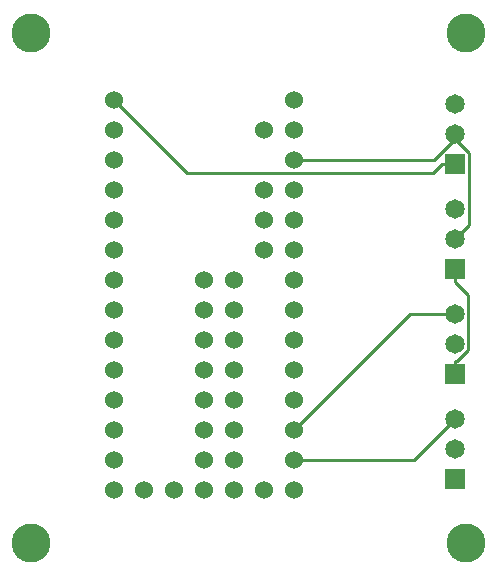
<source format=gbr>
G04 #@! TF.FileFunction,Copper,L2,Bot,Signal*
%FSLAX46Y46*%
G04 Gerber Fmt 4.6, Leading zero omitted, Abs format (unit mm)*
G04 Created by KiCad (PCBNEW 4.0.7-e2-6376~58~ubuntu16.04.1) date Wed Jan 17 09:19:02 2018*
%MOMM*%
%LPD*%
G01*
G04 APERTURE LIST*
%ADD10C,0.100000*%
%ADD11R,1.651000X1.651000*%
%ADD12C,1.651000*%
%ADD13C,1.524000*%
%ADD14C,3.302000*%
%ADD15C,0.254000*%
G04 APERTURE END LIST*
D10*
D11*
X89852500Y-91757500D03*
D12*
X89852500Y-89217500D03*
X89852500Y-86677500D03*
D11*
X89852500Y-82867500D03*
D12*
X89852500Y-80327500D03*
X89852500Y-77787500D03*
D11*
X89852500Y-73977500D03*
D12*
X89852500Y-71437500D03*
X89852500Y-68897500D03*
D11*
X89852500Y-65087500D03*
D12*
X89852500Y-62547500D03*
X89852500Y-60007500D03*
D13*
X60960000Y-59690000D03*
X60960000Y-62230000D03*
X60960000Y-64770000D03*
X60960000Y-67310000D03*
X60960000Y-69850000D03*
X60960000Y-72390000D03*
X60960000Y-74930000D03*
X60960000Y-77470000D03*
X60960000Y-80010000D03*
X60960000Y-82550000D03*
X60960000Y-85090000D03*
X60960000Y-87630000D03*
X60960000Y-90170000D03*
X60960000Y-92710000D03*
X63500000Y-92710000D03*
X66040000Y-92710000D03*
X68580000Y-92710000D03*
X71120000Y-92710000D03*
X73660000Y-92710000D03*
X76200000Y-92710000D03*
X76200000Y-90170000D03*
X76200000Y-87630000D03*
X76200000Y-85090000D03*
X76200000Y-82550000D03*
X76200000Y-80010000D03*
X76200000Y-77470000D03*
X76200000Y-74930000D03*
X76200000Y-72390000D03*
X76200000Y-69850000D03*
X76200000Y-67310000D03*
X76200000Y-64770000D03*
X76200000Y-62230000D03*
X76200000Y-59690000D03*
X68580000Y-74930000D03*
X68580000Y-77470000D03*
X68580000Y-80010000D03*
X68580000Y-82550000D03*
X68580000Y-85090000D03*
X68580000Y-87630000D03*
X68580000Y-90170000D03*
X71120000Y-90170000D03*
X71120000Y-87630000D03*
X71120000Y-85090000D03*
X71120000Y-82550000D03*
X71120000Y-80010000D03*
X71120000Y-77470000D03*
X71120000Y-74930000D03*
X73660000Y-72390000D03*
X73660000Y-69850000D03*
X73660000Y-67310000D03*
X73660000Y-62230000D03*
D14*
X53975000Y-53975000D03*
X90805000Y-53975000D03*
X90805000Y-97155000D03*
X53975000Y-97155000D03*
D15*
X87973400Y-65861400D02*
X88747300Y-65087500D01*
X67131400Y-65861400D02*
X87973400Y-65861400D01*
X60960000Y-59690000D02*
X67131400Y-65861400D01*
X89852500Y-65087500D02*
X88747300Y-65087500D01*
X89990800Y-81762300D02*
X89852500Y-81762300D01*
X90957700Y-80795400D02*
X89990800Y-81762300D01*
X90957700Y-76187900D02*
X90957700Y-80795400D01*
X89852500Y-75082700D02*
X90957700Y-76187900D01*
X89852500Y-73977500D02*
X89852500Y-75082700D01*
X89852500Y-82867500D02*
X89852500Y-81762300D01*
X89852500Y-62998400D02*
X89852500Y-62547500D01*
X88080900Y-64770000D02*
X89852500Y-62998400D01*
X76200000Y-64770000D02*
X88080900Y-64770000D01*
X91024800Y-70265200D02*
X89852500Y-71437500D01*
X91024800Y-64170700D02*
X91024800Y-70265200D01*
X89852500Y-62998400D02*
X91024800Y-64170700D01*
X86360000Y-90170000D02*
X89852500Y-86677500D01*
X76200000Y-90170000D02*
X86360000Y-90170000D01*
X86042500Y-77787500D02*
X89852500Y-77787500D01*
X76200000Y-87630000D02*
X86042500Y-77787500D01*
M02*

</source>
